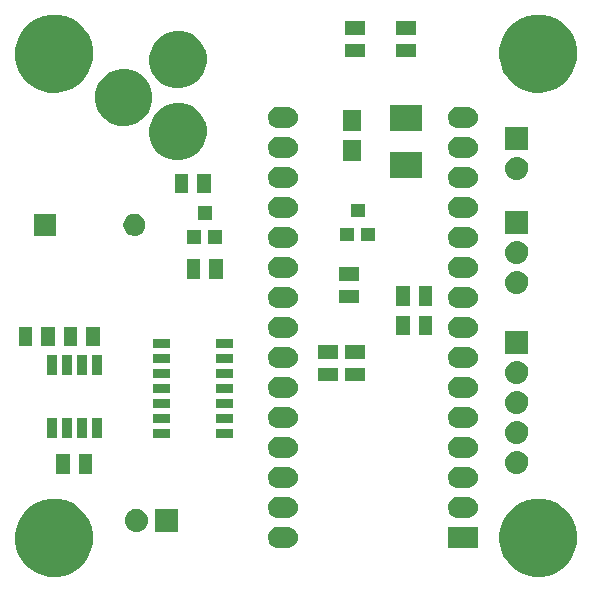
<source format=gts>
G04 #@! TF.FileFunction,Soldermask,Top*
%FSLAX46Y46*%
G04 Gerber Fmt 4.6, Leading zero omitted, Abs format (unit mm)*
G04 Created by KiCad (PCBNEW 4.0.5) date 07/30/17 20:50:31*
%MOMM*%
%LPD*%
G01*
G04 APERTURE LIST*
%ADD10C,0.150000*%
G04 APERTURE END LIST*
D10*
G36*
X4346822Y-41700197D02*
X4981155Y-41830406D01*
X5578108Y-42081343D01*
X6114960Y-42443454D01*
X6571249Y-42902939D01*
X6929601Y-43442303D01*
X7176366Y-44040998D01*
X7302057Y-44675784D01*
X7302057Y-44675792D01*
X7302142Y-44676222D01*
X7291814Y-45415853D01*
X7291717Y-45416279D01*
X7291717Y-45416291D01*
X7148352Y-46047317D01*
X6884966Y-46638889D01*
X6511695Y-47168035D01*
X6042752Y-47614603D01*
X5496003Y-47961580D01*
X4892268Y-48195755D01*
X4254553Y-48308201D01*
X3607140Y-48294639D01*
X2974685Y-48155585D01*
X2381291Y-47896338D01*
X1849552Y-47526769D01*
X1399720Y-47060955D01*
X1048936Y-46516643D01*
X810554Y-45914559D01*
X693657Y-45277641D01*
X702699Y-44630145D01*
X837332Y-43996744D01*
X1092432Y-43401552D01*
X1458279Y-42867245D01*
X1920941Y-42414172D01*
X2462794Y-42059594D01*
X3063198Y-41817015D01*
X3699284Y-41695675D01*
X4346822Y-41700197D01*
X4346822Y-41700197D01*
G37*
G36*
X45346822Y-41700197D02*
X45981155Y-41830406D01*
X46578108Y-42081343D01*
X47114960Y-42443454D01*
X47571249Y-42902939D01*
X47929601Y-43442303D01*
X48176366Y-44040998D01*
X48302057Y-44675784D01*
X48302057Y-44675792D01*
X48302142Y-44676222D01*
X48291814Y-45415853D01*
X48291717Y-45416279D01*
X48291717Y-45416291D01*
X48148352Y-46047317D01*
X47884966Y-46638889D01*
X47511695Y-47168035D01*
X47042752Y-47614603D01*
X46496003Y-47961580D01*
X45892268Y-48195755D01*
X45254553Y-48308201D01*
X44607140Y-48294639D01*
X43974685Y-48155585D01*
X43381291Y-47896338D01*
X42849552Y-47526769D01*
X42399720Y-47060955D01*
X42048936Y-46516643D01*
X41810554Y-45914559D01*
X41693657Y-45277641D01*
X41702699Y-44630145D01*
X41837332Y-43996744D01*
X42092432Y-43401552D01*
X42458279Y-42867245D01*
X42920941Y-42414172D01*
X43462794Y-42059594D01*
X44063198Y-41817015D01*
X44699284Y-41695675D01*
X45346822Y-41700197D01*
X45346822Y-41700197D01*
G37*
G36*
X39878000Y-45872400D02*
X37338000Y-45872400D01*
X37338000Y-44043600D01*
X39878000Y-44043600D01*
X39878000Y-45872400D01*
X39878000Y-45872400D01*
G37*
G36*
X23739934Y-44043670D02*
X23739944Y-44043671D01*
X23742512Y-44043689D01*
X23919859Y-44063582D01*
X24089965Y-44117543D01*
X24246351Y-44203516D01*
X24383059Y-44318228D01*
X24494882Y-44457308D01*
X24577562Y-44615460D01*
X24627948Y-44786659D01*
X24627951Y-44786696D01*
X24627956Y-44786712D01*
X24644125Y-44964384D01*
X24625478Y-45141803D01*
X24625474Y-45141815D01*
X24625469Y-45141866D01*
X24572697Y-45312344D01*
X24487817Y-45469326D01*
X24374063Y-45606831D01*
X24235766Y-45719623D01*
X24078196Y-45803405D01*
X23907353Y-45854985D01*
X23729745Y-45872400D01*
X23006103Y-45872400D01*
X22996066Y-45872330D01*
X22996056Y-45872329D01*
X22993488Y-45872311D01*
X22816141Y-45852418D01*
X22646035Y-45798457D01*
X22489649Y-45712484D01*
X22352941Y-45597772D01*
X22241118Y-45458692D01*
X22158438Y-45300540D01*
X22108052Y-45129341D01*
X22108049Y-45129304D01*
X22108044Y-45129288D01*
X22091875Y-44951616D01*
X22110522Y-44774197D01*
X22110526Y-44774185D01*
X22110531Y-44774134D01*
X22163303Y-44603656D01*
X22248183Y-44446674D01*
X22361937Y-44309169D01*
X22500234Y-44196377D01*
X22657804Y-44112595D01*
X22828647Y-44061015D01*
X23006255Y-44043600D01*
X23729897Y-44043600D01*
X23739934Y-44043670D01*
X23739934Y-44043670D01*
G37*
G36*
X11156393Y-42538218D02*
X11156411Y-42538224D01*
X11156453Y-42538228D01*
X11338603Y-42594613D01*
X11506331Y-42685303D01*
X11653251Y-42806845D01*
X11773764Y-42954609D01*
X11863281Y-43122967D01*
X11918393Y-43305506D01*
X11937000Y-43495273D01*
X11937000Y-43504882D01*
X11936924Y-43515791D01*
X11936923Y-43515801D01*
X11936905Y-43518368D01*
X11915650Y-43707857D01*
X11857995Y-43889608D01*
X11766136Y-44056700D01*
X11643571Y-44202767D01*
X11494969Y-44322246D01*
X11325991Y-44410586D01*
X11143072Y-44464422D01*
X11143032Y-44464426D01*
X11143017Y-44464430D01*
X10953179Y-44481707D01*
X10763607Y-44461782D01*
X10763589Y-44461776D01*
X10763547Y-44461772D01*
X10581397Y-44405387D01*
X10413669Y-44314697D01*
X10266749Y-44193155D01*
X10146236Y-44045391D01*
X10056719Y-43877033D01*
X10001607Y-43694494D01*
X9983000Y-43504727D01*
X9983000Y-43495118D01*
X9983076Y-43484209D01*
X9983077Y-43484199D01*
X9983095Y-43481632D01*
X10004350Y-43292143D01*
X10062005Y-43110392D01*
X10153864Y-42943300D01*
X10276429Y-42797233D01*
X10425031Y-42677754D01*
X10594009Y-42589414D01*
X10776928Y-42535578D01*
X10776968Y-42535574D01*
X10776983Y-42535570D01*
X10966821Y-42518293D01*
X11156393Y-42538218D01*
X11156393Y-42538218D01*
G37*
G36*
X14477000Y-44477000D02*
X12523000Y-44477000D01*
X12523000Y-42523000D01*
X14477000Y-42523000D01*
X14477000Y-44477000D01*
X14477000Y-44477000D01*
G37*
G36*
X23739934Y-41503670D02*
X23739944Y-41503671D01*
X23742512Y-41503689D01*
X23919859Y-41523582D01*
X24089965Y-41577543D01*
X24246351Y-41663516D01*
X24383059Y-41778228D01*
X24494882Y-41917308D01*
X24577562Y-42075460D01*
X24627948Y-42246659D01*
X24627951Y-42246696D01*
X24627956Y-42246712D01*
X24644125Y-42424384D01*
X24625478Y-42601803D01*
X24625474Y-42601815D01*
X24625469Y-42601866D01*
X24572697Y-42772344D01*
X24487817Y-42929326D01*
X24374063Y-43066831D01*
X24235766Y-43179623D01*
X24078196Y-43263405D01*
X23907353Y-43314985D01*
X23729745Y-43332400D01*
X23006103Y-43332400D01*
X22996066Y-43332330D01*
X22996056Y-43332329D01*
X22993488Y-43332311D01*
X22816141Y-43312418D01*
X22646035Y-43258457D01*
X22489649Y-43172484D01*
X22352941Y-43057772D01*
X22241118Y-42918692D01*
X22158438Y-42760540D01*
X22108052Y-42589341D01*
X22108049Y-42589304D01*
X22108044Y-42589288D01*
X22091875Y-42411616D01*
X22110522Y-42234197D01*
X22110526Y-42234185D01*
X22110531Y-42234134D01*
X22163303Y-42063656D01*
X22248183Y-41906674D01*
X22361937Y-41769169D01*
X22500234Y-41656377D01*
X22657804Y-41572595D01*
X22828647Y-41521015D01*
X23006255Y-41503600D01*
X23729897Y-41503600D01*
X23739934Y-41503670D01*
X23739934Y-41503670D01*
G37*
G36*
X38979934Y-41503670D02*
X38979944Y-41503671D01*
X38982512Y-41503689D01*
X39159859Y-41523582D01*
X39329965Y-41577543D01*
X39486351Y-41663516D01*
X39623059Y-41778228D01*
X39734882Y-41917308D01*
X39817562Y-42075460D01*
X39867948Y-42246659D01*
X39867951Y-42246696D01*
X39867956Y-42246712D01*
X39884125Y-42424384D01*
X39865478Y-42601803D01*
X39865474Y-42601815D01*
X39865469Y-42601866D01*
X39812697Y-42772344D01*
X39727817Y-42929326D01*
X39614063Y-43066831D01*
X39475766Y-43179623D01*
X39318196Y-43263405D01*
X39147353Y-43314985D01*
X38969745Y-43332400D01*
X38246103Y-43332400D01*
X38236066Y-43332330D01*
X38236056Y-43332329D01*
X38233488Y-43332311D01*
X38056141Y-43312418D01*
X37886035Y-43258457D01*
X37729649Y-43172484D01*
X37592941Y-43057772D01*
X37481118Y-42918692D01*
X37398438Y-42760540D01*
X37348052Y-42589341D01*
X37348049Y-42589304D01*
X37348044Y-42589288D01*
X37331875Y-42411616D01*
X37350522Y-42234197D01*
X37350526Y-42234185D01*
X37350531Y-42234134D01*
X37403303Y-42063656D01*
X37488183Y-41906674D01*
X37601937Y-41769169D01*
X37740234Y-41656377D01*
X37897804Y-41572595D01*
X38068647Y-41521015D01*
X38246255Y-41503600D01*
X38969897Y-41503600D01*
X38979934Y-41503670D01*
X38979934Y-41503670D01*
G37*
G36*
X23739934Y-38963670D02*
X23739944Y-38963671D01*
X23742512Y-38963689D01*
X23919859Y-38983582D01*
X24089965Y-39037543D01*
X24246351Y-39123516D01*
X24383059Y-39238228D01*
X24494882Y-39377308D01*
X24577562Y-39535460D01*
X24627948Y-39706659D01*
X24627951Y-39706696D01*
X24627956Y-39706712D01*
X24644125Y-39884384D01*
X24625478Y-40061803D01*
X24625474Y-40061815D01*
X24625469Y-40061866D01*
X24572697Y-40232344D01*
X24487817Y-40389326D01*
X24374063Y-40526831D01*
X24235766Y-40639623D01*
X24078196Y-40723405D01*
X23907353Y-40774985D01*
X23729745Y-40792400D01*
X23006103Y-40792400D01*
X22996066Y-40792330D01*
X22996056Y-40792329D01*
X22993488Y-40792311D01*
X22816141Y-40772418D01*
X22646035Y-40718457D01*
X22489649Y-40632484D01*
X22352941Y-40517772D01*
X22241118Y-40378692D01*
X22158438Y-40220540D01*
X22108052Y-40049341D01*
X22108049Y-40049304D01*
X22108044Y-40049288D01*
X22091875Y-39871616D01*
X22110522Y-39694197D01*
X22110526Y-39694185D01*
X22110531Y-39694134D01*
X22163303Y-39523656D01*
X22248183Y-39366674D01*
X22361937Y-39229169D01*
X22500234Y-39116377D01*
X22657804Y-39032595D01*
X22828647Y-38981015D01*
X23006255Y-38963600D01*
X23729897Y-38963600D01*
X23739934Y-38963670D01*
X23739934Y-38963670D01*
G37*
G36*
X38979934Y-38963670D02*
X38979944Y-38963671D01*
X38982512Y-38963689D01*
X39159859Y-38983582D01*
X39329965Y-39037543D01*
X39486351Y-39123516D01*
X39623059Y-39238228D01*
X39734882Y-39377308D01*
X39817562Y-39535460D01*
X39867948Y-39706659D01*
X39867951Y-39706696D01*
X39867956Y-39706712D01*
X39884125Y-39884384D01*
X39865478Y-40061803D01*
X39865474Y-40061815D01*
X39865469Y-40061866D01*
X39812697Y-40232344D01*
X39727817Y-40389326D01*
X39614063Y-40526831D01*
X39475766Y-40639623D01*
X39318196Y-40723405D01*
X39147353Y-40774985D01*
X38969745Y-40792400D01*
X38246103Y-40792400D01*
X38236066Y-40792330D01*
X38236056Y-40792329D01*
X38233488Y-40792311D01*
X38056141Y-40772418D01*
X37886035Y-40718457D01*
X37729649Y-40632484D01*
X37592941Y-40517772D01*
X37481118Y-40378692D01*
X37398438Y-40220540D01*
X37348052Y-40049341D01*
X37348049Y-40049304D01*
X37348044Y-40049288D01*
X37331875Y-39871616D01*
X37350522Y-39694197D01*
X37350526Y-39694185D01*
X37350531Y-39694134D01*
X37403303Y-39523656D01*
X37488183Y-39366674D01*
X37601937Y-39229169D01*
X37740234Y-39116377D01*
X37897804Y-39032595D01*
X38068647Y-38981015D01*
X38246255Y-38963600D01*
X38969897Y-38963600D01*
X38979934Y-38963670D01*
X38979934Y-38963670D01*
G37*
G36*
X43195791Y-37631076D02*
X43195801Y-37631077D01*
X43198368Y-37631095D01*
X43387857Y-37652350D01*
X43569608Y-37710005D01*
X43736700Y-37801864D01*
X43882767Y-37924429D01*
X44002246Y-38073031D01*
X44090586Y-38242009D01*
X44144422Y-38424928D01*
X44144426Y-38424968D01*
X44144430Y-38424983D01*
X44161707Y-38614821D01*
X44141782Y-38804393D01*
X44141776Y-38804411D01*
X44141772Y-38804453D01*
X44085387Y-38986603D01*
X43994697Y-39154331D01*
X43873155Y-39301251D01*
X43725391Y-39421764D01*
X43557033Y-39511281D01*
X43374494Y-39566393D01*
X43184727Y-39585000D01*
X43175118Y-39585000D01*
X43164209Y-39584924D01*
X43164199Y-39584923D01*
X43161632Y-39584905D01*
X42972143Y-39563650D01*
X42790392Y-39505995D01*
X42623300Y-39414136D01*
X42477233Y-39291571D01*
X42357754Y-39142969D01*
X42269414Y-38973991D01*
X42215578Y-38791072D01*
X42215574Y-38791032D01*
X42215570Y-38791017D01*
X42198293Y-38601179D01*
X42218218Y-38411607D01*
X42218224Y-38411589D01*
X42218228Y-38411547D01*
X42274613Y-38229397D01*
X42365303Y-38061669D01*
X42486845Y-37914749D01*
X42634609Y-37794236D01*
X42802967Y-37704719D01*
X42985506Y-37649607D01*
X43175273Y-37631000D01*
X43184882Y-37631000D01*
X43195791Y-37631076D01*
X43195791Y-37631076D01*
G37*
G36*
X7239000Y-39560500D02*
X6096000Y-39560500D01*
X6096000Y-37909500D01*
X7239000Y-37909500D01*
X7239000Y-39560500D01*
X7239000Y-39560500D01*
G37*
G36*
X5334000Y-39560500D02*
X4191000Y-39560500D01*
X4191000Y-37909500D01*
X5334000Y-37909500D01*
X5334000Y-39560500D01*
X5334000Y-39560500D01*
G37*
G36*
X38979934Y-36423670D02*
X38979944Y-36423671D01*
X38982512Y-36423689D01*
X39159859Y-36443582D01*
X39329965Y-36497543D01*
X39486351Y-36583516D01*
X39623059Y-36698228D01*
X39734882Y-36837308D01*
X39817562Y-36995460D01*
X39867948Y-37166659D01*
X39867951Y-37166696D01*
X39867956Y-37166712D01*
X39884125Y-37344384D01*
X39865478Y-37521803D01*
X39865474Y-37521815D01*
X39865469Y-37521866D01*
X39812697Y-37692344D01*
X39727817Y-37849326D01*
X39614063Y-37986831D01*
X39475766Y-38099623D01*
X39318196Y-38183405D01*
X39147353Y-38234985D01*
X38969745Y-38252400D01*
X38246103Y-38252400D01*
X38236066Y-38252330D01*
X38236056Y-38252329D01*
X38233488Y-38252311D01*
X38056141Y-38232418D01*
X37886035Y-38178457D01*
X37729649Y-38092484D01*
X37592941Y-37977772D01*
X37481118Y-37838692D01*
X37398438Y-37680540D01*
X37348052Y-37509341D01*
X37348049Y-37509304D01*
X37348044Y-37509288D01*
X37331875Y-37331616D01*
X37350522Y-37154197D01*
X37350526Y-37154185D01*
X37350531Y-37154134D01*
X37403303Y-36983656D01*
X37488183Y-36826674D01*
X37601937Y-36689169D01*
X37740234Y-36576377D01*
X37897804Y-36492595D01*
X38068647Y-36441015D01*
X38246255Y-36423600D01*
X38969897Y-36423600D01*
X38979934Y-36423670D01*
X38979934Y-36423670D01*
G37*
G36*
X23739934Y-36423670D02*
X23739944Y-36423671D01*
X23742512Y-36423689D01*
X23919859Y-36443582D01*
X24089965Y-36497543D01*
X24246351Y-36583516D01*
X24383059Y-36698228D01*
X24494882Y-36837308D01*
X24577562Y-36995460D01*
X24627948Y-37166659D01*
X24627951Y-37166696D01*
X24627956Y-37166712D01*
X24644125Y-37344384D01*
X24625478Y-37521803D01*
X24625474Y-37521815D01*
X24625469Y-37521866D01*
X24572697Y-37692344D01*
X24487817Y-37849326D01*
X24374063Y-37986831D01*
X24235766Y-38099623D01*
X24078196Y-38183405D01*
X23907353Y-38234985D01*
X23729745Y-38252400D01*
X23006103Y-38252400D01*
X22996066Y-38252330D01*
X22996056Y-38252329D01*
X22993488Y-38252311D01*
X22816141Y-38232418D01*
X22646035Y-38178457D01*
X22489649Y-38092484D01*
X22352941Y-37977772D01*
X22241118Y-37838692D01*
X22158438Y-37680540D01*
X22108052Y-37509341D01*
X22108049Y-37509304D01*
X22108044Y-37509288D01*
X22091875Y-37331616D01*
X22110522Y-37154197D01*
X22110526Y-37154185D01*
X22110531Y-37154134D01*
X22163303Y-36983656D01*
X22248183Y-36826674D01*
X22361937Y-36689169D01*
X22500234Y-36576377D01*
X22657804Y-36492595D01*
X22828647Y-36441015D01*
X23006255Y-36423600D01*
X23729897Y-36423600D01*
X23739934Y-36423670D01*
X23739934Y-36423670D01*
G37*
G36*
X43195791Y-35091076D02*
X43195801Y-35091077D01*
X43198368Y-35091095D01*
X43387857Y-35112350D01*
X43569608Y-35170005D01*
X43736700Y-35261864D01*
X43882767Y-35384429D01*
X44002246Y-35533031D01*
X44090586Y-35702009D01*
X44144422Y-35884928D01*
X44144426Y-35884968D01*
X44144430Y-35884983D01*
X44161707Y-36074821D01*
X44141782Y-36264393D01*
X44141776Y-36264411D01*
X44141772Y-36264453D01*
X44085387Y-36446603D01*
X43994697Y-36614331D01*
X43873155Y-36761251D01*
X43725391Y-36881764D01*
X43557033Y-36971281D01*
X43374494Y-37026393D01*
X43184727Y-37045000D01*
X43175118Y-37045000D01*
X43164209Y-37044924D01*
X43164199Y-37044923D01*
X43161632Y-37044905D01*
X42972143Y-37023650D01*
X42790392Y-36965995D01*
X42623300Y-36874136D01*
X42477233Y-36751571D01*
X42357754Y-36602969D01*
X42269414Y-36433991D01*
X42215578Y-36251072D01*
X42215574Y-36251032D01*
X42215570Y-36251017D01*
X42198293Y-36061179D01*
X42218218Y-35871607D01*
X42218224Y-35871589D01*
X42218228Y-35871547D01*
X42274613Y-35689397D01*
X42365303Y-35521669D01*
X42486845Y-35374749D01*
X42634609Y-35254236D01*
X42802967Y-35164719D01*
X42985506Y-35109607D01*
X43175273Y-35091000D01*
X43184882Y-35091000D01*
X43195791Y-35091076D01*
X43195791Y-35091076D01*
G37*
G36*
X19113500Y-36576000D02*
X17716500Y-36576000D01*
X17716500Y-35814000D01*
X19113500Y-35814000D01*
X19113500Y-36576000D01*
X19113500Y-36576000D01*
G37*
G36*
X13779500Y-36576000D02*
X12382500Y-36576000D01*
X12382500Y-35814000D01*
X13779500Y-35814000D01*
X13779500Y-36576000D01*
X13779500Y-36576000D01*
G37*
G36*
X6776720Y-36513770D02*
X5923280Y-36513770D01*
X5923280Y-34860230D01*
X6776720Y-34860230D01*
X6776720Y-36513770D01*
X6776720Y-36513770D01*
G37*
G36*
X8046720Y-36513770D02*
X7193280Y-36513770D01*
X7193280Y-34860230D01*
X8046720Y-34860230D01*
X8046720Y-36513770D01*
X8046720Y-36513770D01*
G37*
G36*
X4236720Y-36513770D02*
X3383280Y-36513770D01*
X3383280Y-34860230D01*
X4236720Y-34860230D01*
X4236720Y-36513770D01*
X4236720Y-36513770D01*
G37*
G36*
X5506720Y-36513770D02*
X4653280Y-36513770D01*
X4653280Y-34860230D01*
X5506720Y-34860230D01*
X5506720Y-36513770D01*
X5506720Y-36513770D01*
G37*
G36*
X38979934Y-33883670D02*
X38979944Y-33883671D01*
X38982512Y-33883689D01*
X39159859Y-33903582D01*
X39329965Y-33957543D01*
X39486351Y-34043516D01*
X39623059Y-34158228D01*
X39734882Y-34297308D01*
X39817562Y-34455460D01*
X39867948Y-34626659D01*
X39867951Y-34626696D01*
X39867956Y-34626712D01*
X39884125Y-34804384D01*
X39865478Y-34981803D01*
X39865474Y-34981815D01*
X39865469Y-34981866D01*
X39812697Y-35152344D01*
X39727817Y-35309326D01*
X39614063Y-35446831D01*
X39475766Y-35559623D01*
X39318196Y-35643405D01*
X39147353Y-35694985D01*
X38969745Y-35712400D01*
X38246103Y-35712400D01*
X38236066Y-35712330D01*
X38236056Y-35712329D01*
X38233488Y-35712311D01*
X38056141Y-35692418D01*
X37886035Y-35638457D01*
X37729649Y-35552484D01*
X37592941Y-35437772D01*
X37481118Y-35298692D01*
X37398438Y-35140540D01*
X37348052Y-34969341D01*
X37348049Y-34969304D01*
X37348044Y-34969288D01*
X37331875Y-34791616D01*
X37350522Y-34614197D01*
X37350526Y-34614185D01*
X37350531Y-34614134D01*
X37403303Y-34443656D01*
X37488183Y-34286674D01*
X37601937Y-34149169D01*
X37740234Y-34036377D01*
X37897804Y-33952595D01*
X38068647Y-33901015D01*
X38246255Y-33883600D01*
X38969897Y-33883600D01*
X38979934Y-33883670D01*
X38979934Y-33883670D01*
G37*
G36*
X23739934Y-33883670D02*
X23739944Y-33883671D01*
X23742512Y-33883689D01*
X23919859Y-33903582D01*
X24089965Y-33957543D01*
X24246351Y-34043516D01*
X24383059Y-34158228D01*
X24494882Y-34297308D01*
X24577562Y-34455460D01*
X24627948Y-34626659D01*
X24627951Y-34626696D01*
X24627956Y-34626712D01*
X24644125Y-34804384D01*
X24625478Y-34981803D01*
X24625474Y-34981815D01*
X24625469Y-34981866D01*
X24572697Y-35152344D01*
X24487817Y-35309326D01*
X24374063Y-35446831D01*
X24235766Y-35559623D01*
X24078196Y-35643405D01*
X23907353Y-35694985D01*
X23729745Y-35712400D01*
X23006103Y-35712400D01*
X22996066Y-35712330D01*
X22996056Y-35712329D01*
X22993488Y-35712311D01*
X22816141Y-35692418D01*
X22646035Y-35638457D01*
X22489649Y-35552484D01*
X22352941Y-35437772D01*
X22241118Y-35298692D01*
X22158438Y-35140540D01*
X22108052Y-34969341D01*
X22108049Y-34969304D01*
X22108044Y-34969288D01*
X22091875Y-34791616D01*
X22110522Y-34614197D01*
X22110526Y-34614185D01*
X22110531Y-34614134D01*
X22163303Y-34443656D01*
X22248183Y-34286674D01*
X22361937Y-34149169D01*
X22500234Y-34036377D01*
X22657804Y-33952595D01*
X22828647Y-33901015D01*
X23006255Y-33883600D01*
X23729897Y-33883600D01*
X23739934Y-33883670D01*
X23739934Y-33883670D01*
G37*
G36*
X13779500Y-35306000D02*
X12382500Y-35306000D01*
X12382500Y-34544000D01*
X13779500Y-34544000D01*
X13779500Y-35306000D01*
X13779500Y-35306000D01*
G37*
G36*
X19113500Y-35306000D02*
X17716500Y-35306000D01*
X17716500Y-34544000D01*
X19113500Y-34544000D01*
X19113500Y-35306000D01*
X19113500Y-35306000D01*
G37*
G36*
X43195791Y-32551076D02*
X43195801Y-32551077D01*
X43198368Y-32551095D01*
X43387857Y-32572350D01*
X43569608Y-32630005D01*
X43736700Y-32721864D01*
X43882767Y-32844429D01*
X44002246Y-32993031D01*
X44090586Y-33162009D01*
X44144422Y-33344928D01*
X44144426Y-33344968D01*
X44144430Y-33344983D01*
X44161707Y-33534821D01*
X44141782Y-33724393D01*
X44141776Y-33724411D01*
X44141772Y-33724453D01*
X44085387Y-33906603D01*
X43994697Y-34074331D01*
X43873155Y-34221251D01*
X43725391Y-34341764D01*
X43557033Y-34431281D01*
X43374494Y-34486393D01*
X43184727Y-34505000D01*
X43175118Y-34505000D01*
X43164209Y-34504924D01*
X43164199Y-34504923D01*
X43161632Y-34504905D01*
X42972143Y-34483650D01*
X42790392Y-34425995D01*
X42623300Y-34334136D01*
X42477233Y-34211571D01*
X42357754Y-34062969D01*
X42269414Y-33893991D01*
X42215578Y-33711072D01*
X42215574Y-33711032D01*
X42215570Y-33711017D01*
X42198293Y-33521179D01*
X42218218Y-33331607D01*
X42218224Y-33331589D01*
X42218228Y-33331547D01*
X42274613Y-33149397D01*
X42365303Y-32981669D01*
X42486845Y-32834749D01*
X42634609Y-32714236D01*
X42802967Y-32624719D01*
X42985506Y-32569607D01*
X43175273Y-32551000D01*
X43184882Y-32551000D01*
X43195791Y-32551076D01*
X43195791Y-32551076D01*
G37*
G36*
X19113500Y-34036000D02*
X17716500Y-34036000D01*
X17716500Y-33274000D01*
X19113500Y-33274000D01*
X19113500Y-34036000D01*
X19113500Y-34036000D01*
G37*
G36*
X13779500Y-34036000D02*
X12382500Y-34036000D01*
X12382500Y-33274000D01*
X13779500Y-33274000D01*
X13779500Y-34036000D01*
X13779500Y-34036000D01*
G37*
G36*
X38979934Y-31343670D02*
X38979944Y-31343671D01*
X38982512Y-31343689D01*
X39159859Y-31363582D01*
X39329965Y-31417543D01*
X39486351Y-31503516D01*
X39623059Y-31618228D01*
X39734882Y-31757308D01*
X39817562Y-31915460D01*
X39867948Y-32086659D01*
X39867951Y-32086696D01*
X39867956Y-32086712D01*
X39884125Y-32264384D01*
X39865478Y-32441803D01*
X39865474Y-32441815D01*
X39865469Y-32441866D01*
X39812697Y-32612344D01*
X39727817Y-32769326D01*
X39614063Y-32906831D01*
X39475766Y-33019623D01*
X39318196Y-33103405D01*
X39147353Y-33154985D01*
X38969745Y-33172400D01*
X38246103Y-33172400D01*
X38236066Y-33172330D01*
X38236056Y-33172329D01*
X38233488Y-33172311D01*
X38056141Y-33152418D01*
X37886035Y-33098457D01*
X37729649Y-33012484D01*
X37592941Y-32897772D01*
X37481118Y-32758692D01*
X37398438Y-32600540D01*
X37348052Y-32429341D01*
X37348049Y-32429304D01*
X37348044Y-32429288D01*
X37331875Y-32251616D01*
X37350522Y-32074197D01*
X37350526Y-32074185D01*
X37350531Y-32074134D01*
X37403303Y-31903656D01*
X37488183Y-31746674D01*
X37601937Y-31609169D01*
X37740234Y-31496377D01*
X37897804Y-31412595D01*
X38068647Y-31361015D01*
X38246255Y-31343600D01*
X38969897Y-31343600D01*
X38979934Y-31343670D01*
X38979934Y-31343670D01*
G37*
G36*
X23739934Y-31343670D02*
X23739944Y-31343671D01*
X23742512Y-31343689D01*
X23919859Y-31363582D01*
X24089965Y-31417543D01*
X24246351Y-31503516D01*
X24383059Y-31618228D01*
X24494882Y-31757308D01*
X24577562Y-31915460D01*
X24627948Y-32086659D01*
X24627951Y-32086696D01*
X24627956Y-32086712D01*
X24644125Y-32264384D01*
X24625478Y-32441803D01*
X24625474Y-32441815D01*
X24625469Y-32441866D01*
X24572697Y-32612344D01*
X24487817Y-32769326D01*
X24374063Y-32906831D01*
X24235766Y-33019623D01*
X24078196Y-33103405D01*
X23907353Y-33154985D01*
X23729745Y-33172400D01*
X23006103Y-33172400D01*
X22996066Y-33172330D01*
X22996056Y-33172329D01*
X22993488Y-33172311D01*
X22816141Y-33152418D01*
X22646035Y-33098457D01*
X22489649Y-33012484D01*
X22352941Y-32897772D01*
X22241118Y-32758692D01*
X22158438Y-32600540D01*
X22108052Y-32429341D01*
X22108049Y-32429304D01*
X22108044Y-32429288D01*
X22091875Y-32251616D01*
X22110522Y-32074197D01*
X22110526Y-32074185D01*
X22110531Y-32074134D01*
X22163303Y-31903656D01*
X22248183Y-31746674D01*
X22361937Y-31609169D01*
X22500234Y-31496377D01*
X22657804Y-31412595D01*
X22828647Y-31361015D01*
X23006255Y-31343600D01*
X23729897Y-31343600D01*
X23739934Y-31343670D01*
X23739934Y-31343670D01*
G37*
G36*
X19113500Y-32766000D02*
X17716500Y-32766000D01*
X17716500Y-32004000D01*
X19113500Y-32004000D01*
X19113500Y-32766000D01*
X19113500Y-32766000D01*
G37*
G36*
X13779500Y-32766000D02*
X12382500Y-32766000D01*
X12382500Y-32004000D01*
X13779500Y-32004000D01*
X13779500Y-32766000D01*
X13779500Y-32766000D01*
G37*
G36*
X43195791Y-30011076D02*
X43195801Y-30011077D01*
X43198368Y-30011095D01*
X43387857Y-30032350D01*
X43569608Y-30090005D01*
X43736700Y-30181864D01*
X43882767Y-30304429D01*
X44002246Y-30453031D01*
X44090586Y-30622009D01*
X44144422Y-30804928D01*
X44144426Y-30804968D01*
X44144430Y-30804983D01*
X44161707Y-30994821D01*
X44141782Y-31184393D01*
X44141776Y-31184411D01*
X44141772Y-31184453D01*
X44085387Y-31366603D01*
X43994697Y-31534331D01*
X43873155Y-31681251D01*
X43725391Y-31801764D01*
X43557033Y-31891281D01*
X43374494Y-31946393D01*
X43184727Y-31965000D01*
X43175118Y-31965000D01*
X43164209Y-31964924D01*
X43164199Y-31964923D01*
X43161632Y-31964905D01*
X42972143Y-31943650D01*
X42790392Y-31885995D01*
X42623300Y-31794136D01*
X42477233Y-31671571D01*
X42357754Y-31522969D01*
X42269414Y-31353991D01*
X42215578Y-31171072D01*
X42215574Y-31171032D01*
X42215570Y-31171017D01*
X42198293Y-30981179D01*
X42218218Y-30791607D01*
X42218224Y-30791589D01*
X42218228Y-30791547D01*
X42274613Y-30609397D01*
X42365303Y-30441669D01*
X42486845Y-30294749D01*
X42634609Y-30174236D01*
X42802967Y-30084719D01*
X42985506Y-30029607D01*
X43175273Y-30011000D01*
X43184882Y-30011000D01*
X43195791Y-30011076D01*
X43195791Y-30011076D01*
G37*
G36*
X30289500Y-31750000D02*
X28638500Y-31750000D01*
X28638500Y-30607000D01*
X30289500Y-30607000D01*
X30289500Y-31750000D01*
X30289500Y-31750000D01*
G37*
G36*
X28003500Y-31750000D02*
X26352500Y-31750000D01*
X26352500Y-30607000D01*
X28003500Y-30607000D01*
X28003500Y-31750000D01*
X28003500Y-31750000D01*
G37*
G36*
X13779500Y-31496000D02*
X12382500Y-31496000D01*
X12382500Y-30734000D01*
X13779500Y-30734000D01*
X13779500Y-31496000D01*
X13779500Y-31496000D01*
G37*
G36*
X19113500Y-31496000D02*
X17716500Y-31496000D01*
X17716500Y-30734000D01*
X19113500Y-30734000D01*
X19113500Y-31496000D01*
X19113500Y-31496000D01*
G37*
G36*
X8046720Y-31179770D02*
X7193280Y-31179770D01*
X7193280Y-29526230D01*
X8046720Y-29526230D01*
X8046720Y-31179770D01*
X8046720Y-31179770D01*
G37*
G36*
X6776720Y-31179770D02*
X5923280Y-31179770D01*
X5923280Y-29526230D01*
X6776720Y-29526230D01*
X6776720Y-31179770D01*
X6776720Y-31179770D01*
G37*
G36*
X4236720Y-31179770D02*
X3383280Y-31179770D01*
X3383280Y-29526230D01*
X4236720Y-29526230D01*
X4236720Y-31179770D01*
X4236720Y-31179770D01*
G37*
G36*
X5506720Y-31179770D02*
X4653280Y-31179770D01*
X4653280Y-29526230D01*
X5506720Y-29526230D01*
X5506720Y-31179770D01*
X5506720Y-31179770D01*
G37*
G36*
X23739934Y-28803670D02*
X23739944Y-28803671D01*
X23742512Y-28803689D01*
X23919859Y-28823582D01*
X24089965Y-28877543D01*
X24246351Y-28963516D01*
X24383059Y-29078228D01*
X24494882Y-29217308D01*
X24577562Y-29375460D01*
X24627948Y-29546659D01*
X24627951Y-29546696D01*
X24627956Y-29546712D01*
X24644125Y-29724384D01*
X24625478Y-29901803D01*
X24625474Y-29901815D01*
X24625469Y-29901866D01*
X24572697Y-30072344D01*
X24487817Y-30229326D01*
X24374063Y-30366831D01*
X24235766Y-30479623D01*
X24078196Y-30563405D01*
X23907353Y-30614985D01*
X23729745Y-30632400D01*
X23006103Y-30632400D01*
X22996066Y-30632330D01*
X22996056Y-30632329D01*
X22993488Y-30632311D01*
X22816141Y-30612418D01*
X22646035Y-30558457D01*
X22489649Y-30472484D01*
X22352941Y-30357772D01*
X22241118Y-30218692D01*
X22158438Y-30060540D01*
X22108052Y-29889341D01*
X22108049Y-29889304D01*
X22108044Y-29889288D01*
X22091875Y-29711616D01*
X22110522Y-29534197D01*
X22110526Y-29534185D01*
X22110531Y-29534134D01*
X22163303Y-29363656D01*
X22248183Y-29206674D01*
X22361937Y-29069169D01*
X22500234Y-28956377D01*
X22657804Y-28872595D01*
X22828647Y-28821015D01*
X23006255Y-28803600D01*
X23729897Y-28803600D01*
X23739934Y-28803670D01*
X23739934Y-28803670D01*
G37*
G36*
X38979934Y-28803670D02*
X38979944Y-28803671D01*
X38982512Y-28803689D01*
X39159859Y-28823582D01*
X39329965Y-28877543D01*
X39486351Y-28963516D01*
X39623059Y-29078228D01*
X39734882Y-29217308D01*
X39817562Y-29375460D01*
X39867948Y-29546659D01*
X39867951Y-29546696D01*
X39867956Y-29546712D01*
X39884125Y-29724384D01*
X39865478Y-29901803D01*
X39865474Y-29901815D01*
X39865469Y-29901866D01*
X39812697Y-30072344D01*
X39727817Y-30229326D01*
X39614063Y-30366831D01*
X39475766Y-30479623D01*
X39318196Y-30563405D01*
X39147353Y-30614985D01*
X38969745Y-30632400D01*
X38246103Y-30632400D01*
X38236066Y-30632330D01*
X38236056Y-30632329D01*
X38233488Y-30632311D01*
X38056141Y-30612418D01*
X37886035Y-30558457D01*
X37729649Y-30472484D01*
X37592941Y-30357772D01*
X37481118Y-30218692D01*
X37398438Y-30060540D01*
X37348052Y-29889341D01*
X37348049Y-29889304D01*
X37348044Y-29889288D01*
X37331875Y-29711616D01*
X37350522Y-29534197D01*
X37350526Y-29534185D01*
X37350531Y-29534134D01*
X37403303Y-29363656D01*
X37488183Y-29206674D01*
X37601937Y-29069169D01*
X37740234Y-28956377D01*
X37897804Y-28872595D01*
X38068647Y-28821015D01*
X38246255Y-28803600D01*
X38969897Y-28803600D01*
X38979934Y-28803670D01*
X38979934Y-28803670D01*
G37*
G36*
X19113500Y-30226000D02*
X17716500Y-30226000D01*
X17716500Y-29464000D01*
X19113500Y-29464000D01*
X19113500Y-30226000D01*
X19113500Y-30226000D01*
G37*
G36*
X13779500Y-30226000D02*
X12382500Y-30226000D01*
X12382500Y-29464000D01*
X13779500Y-29464000D01*
X13779500Y-30226000D01*
X13779500Y-30226000D01*
G37*
G36*
X30289500Y-29845000D02*
X28638500Y-29845000D01*
X28638500Y-28702000D01*
X30289500Y-28702000D01*
X30289500Y-29845000D01*
X30289500Y-29845000D01*
G37*
G36*
X28003500Y-29845000D02*
X26352500Y-29845000D01*
X26352500Y-28702000D01*
X28003500Y-28702000D01*
X28003500Y-29845000D01*
X28003500Y-29845000D01*
G37*
G36*
X44157000Y-29425000D02*
X42203000Y-29425000D01*
X42203000Y-27471000D01*
X44157000Y-27471000D01*
X44157000Y-29425000D01*
X44157000Y-29425000D01*
G37*
G36*
X19113500Y-28956000D02*
X17716500Y-28956000D01*
X17716500Y-28194000D01*
X19113500Y-28194000D01*
X19113500Y-28956000D01*
X19113500Y-28956000D01*
G37*
G36*
X13779500Y-28956000D02*
X12382500Y-28956000D01*
X12382500Y-28194000D01*
X13779500Y-28194000D01*
X13779500Y-28956000D01*
X13779500Y-28956000D01*
G37*
G36*
X7874000Y-28765500D02*
X6731000Y-28765500D01*
X6731000Y-27114500D01*
X7874000Y-27114500D01*
X7874000Y-28765500D01*
X7874000Y-28765500D01*
G37*
G36*
X2159000Y-28765500D02*
X1016000Y-28765500D01*
X1016000Y-27114500D01*
X2159000Y-27114500D01*
X2159000Y-28765500D01*
X2159000Y-28765500D01*
G37*
G36*
X5969000Y-28765500D02*
X4826000Y-28765500D01*
X4826000Y-27114500D01*
X5969000Y-27114500D01*
X5969000Y-28765500D01*
X5969000Y-28765500D01*
G37*
G36*
X4064000Y-28765500D02*
X2921000Y-28765500D01*
X2921000Y-27114500D01*
X4064000Y-27114500D01*
X4064000Y-28765500D01*
X4064000Y-28765500D01*
G37*
G36*
X23739934Y-26263670D02*
X23739944Y-26263671D01*
X23742512Y-26263689D01*
X23919859Y-26283582D01*
X24089965Y-26337543D01*
X24246351Y-26423516D01*
X24383059Y-26538228D01*
X24494882Y-26677308D01*
X24577562Y-26835460D01*
X24627948Y-27006659D01*
X24627951Y-27006696D01*
X24627956Y-27006712D01*
X24644125Y-27184384D01*
X24625478Y-27361803D01*
X24625474Y-27361815D01*
X24625469Y-27361866D01*
X24572697Y-27532344D01*
X24487817Y-27689326D01*
X24374063Y-27826831D01*
X24235766Y-27939623D01*
X24078196Y-28023405D01*
X23907353Y-28074985D01*
X23729745Y-28092400D01*
X23006103Y-28092400D01*
X22996066Y-28092330D01*
X22996056Y-28092329D01*
X22993488Y-28092311D01*
X22816141Y-28072418D01*
X22646035Y-28018457D01*
X22489649Y-27932484D01*
X22352941Y-27817772D01*
X22241118Y-27678692D01*
X22158438Y-27520540D01*
X22108052Y-27349341D01*
X22108049Y-27349304D01*
X22108044Y-27349288D01*
X22091875Y-27171616D01*
X22110522Y-26994197D01*
X22110526Y-26994185D01*
X22110531Y-26994134D01*
X22163303Y-26823656D01*
X22248183Y-26666674D01*
X22361937Y-26529169D01*
X22500234Y-26416377D01*
X22657804Y-26332595D01*
X22828647Y-26281015D01*
X23006255Y-26263600D01*
X23729897Y-26263600D01*
X23739934Y-26263670D01*
X23739934Y-26263670D01*
G37*
G36*
X38979934Y-26263670D02*
X38979944Y-26263671D01*
X38982512Y-26263689D01*
X39159859Y-26283582D01*
X39329965Y-26337543D01*
X39486351Y-26423516D01*
X39623059Y-26538228D01*
X39734882Y-26677308D01*
X39817562Y-26835460D01*
X39867948Y-27006659D01*
X39867951Y-27006696D01*
X39867956Y-27006712D01*
X39884125Y-27184384D01*
X39865478Y-27361803D01*
X39865474Y-27361815D01*
X39865469Y-27361866D01*
X39812697Y-27532344D01*
X39727817Y-27689326D01*
X39614063Y-27826831D01*
X39475766Y-27939623D01*
X39318196Y-28023405D01*
X39147353Y-28074985D01*
X38969745Y-28092400D01*
X38246103Y-28092400D01*
X38236066Y-28092330D01*
X38236056Y-28092329D01*
X38233488Y-28092311D01*
X38056141Y-28072418D01*
X37886035Y-28018457D01*
X37729649Y-27932484D01*
X37592941Y-27817772D01*
X37481118Y-27678692D01*
X37398438Y-27520540D01*
X37348052Y-27349341D01*
X37348049Y-27349304D01*
X37348044Y-27349288D01*
X37331875Y-27171616D01*
X37350522Y-26994197D01*
X37350526Y-26994185D01*
X37350531Y-26994134D01*
X37403303Y-26823656D01*
X37488183Y-26666674D01*
X37601937Y-26529169D01*
X37740234Y-26416377D01*
X37897804Y-26332595D01*
X38068647Y-26281015D01*
X38246255Y-26263600D01*
X38969897Y-26263600D01*
X38979934Y-26263670D01*
X38979934Y-26263670D01*
G37*
G36*
X36024000Y-27825500D02*
X34881000Y-27825500D01*
X34881000Y-26174500D01*
X36024000Y-26174500D01*
X36024000Y-27825500D01*
X36024000Y-27825500D01*
G37*
G36*
X34119000Y-27825500D02*
X32976000Y-27825500D01*
X32976000Y-26174500D01*
X34119000Y-26174500D01*
X34119000Y-27825500D01*
X34119000Y-27825500D01*
G37*
G36*
X38979934Y-23723670D02*
X38979944Y-23723671D01*
X38982512Y-23723689D01*
X39159859Y-23743582D01*
X39329965Y-23797543D01*
X39486351Y-23883516D01*
X39623059Y-23998228D01*
X39734882Y-24137308D01*
X39817562Y-24295460D01*
X39867948Y-24466659D01*
X39867951Y-24466696D01*
X39867956Y-24466712D01*
X39884125Y-24644384D01*
X39865478Y-24821803D01*
X39865474Y-24821815D01*
X39865469Y-24821866D01*
X39812697Y-24992344D01*
X39727817Y-25149326D01*
X39614063Y-25286831D01*
X39475766Y-25399623D01*
X39318196Y-25483405D01*
X39147353Y-25534985D01*
X38969745Y-25552400D01*
X38246103Y-25552400D01*
X38236066Y-25552330D01*
X38236056Y-25552329D01*
X38233488Y-25552311D01*
X38056141Y-25532418D01*
X37886035Y-25478457D01*
X37729649Y-25392484D01*
X37592941Y-25277772D01*
X37481118Y-25138692D01*
X37398438Y-24980540D01*
X37348052Y-24809341D01*
X37348049Y-24809304D01*
X37348044Y-24809288D01*
X37331875Y-24631616D01*
X37350522Y-24454197D01*
X37350526Y-24454185D01*
X37350531Y-24454134D01*
X37403303Y-24283656D01*
X37488183Y-24126674D01*
X37601937Y-23989169D01*
X37740234Y-23876377D01*
X37897804Y-23792595D01*
X38068647Y-23741015D01*
X38246255Y-23723600D01*
X38969897Y-23723600D01*
X38979934Y-23723670D01*
X38979934Y-23723670D01*
G37*
G36*
X23739934Y-23723670D02*
X23739944Y-23723671D01*
X23742512Y-23723689D01*
X23919859Y-23743582D01*
X24089965Y-23797543D01*
X24246351Y-23883516D01*
X24383059Y-23998228D01*
X24494882Y-24137308D01*
X24577562Y-24295460D01*
X24627948Y-24466659D01*
X24627951Y-24466696D01*
X24627956Y-24466712D01*
X24644125Y-24644384D01*
X24625478Y-24821803D01*
X24625474Y-24821815D01*
X24625469Y-24821866D01*
X24572697Y-24992344D01*
X24487817Y-25149326D01*
X24374063Y-25286831D01*
X24235766Y-25399623D01*
X24078196Y-25483405D01*
X23907353Y-25534985D01*
X23729745Y-25552400D01*
X23006103Y-25552400D01*
X22996066Y-25552330D01*
X22996056Y-25552329D01*
X22993488Y-25552311D01*
X22816141Y-25532418D01*
X22646035Y-25478457D01*
X22489649Y-25392484D01*
X22352941Y-25277772D01*
X22241118Y-25138692D01*
X22158438Y-24980540D01*
X22108052Y-24809341D01*
X22108049Y-24809304D01*
X22108044Y-24809288D01*
X22091875Y-24631616D01*
X22110522Y-24454197D01*
X22110526Y-24454185D01*
X22110531Y-24454134D01*
X22163303Y-24283656D01*
X22248183Y-24126674D01*
X22361937Y-23989169D01*
X22500234Y-23876377D01*
X22657804Y-23792595D01*
X22828647Y-23741015D01*
X23006255Y-23723600D01*
X23729897Y-23723600D01*
X23739934Y-23723670D01*
X23739934Y-23723670D01*
G37*
G36*
X34119000Y-25325500D02*
X32976000Y-25325500D01*
X32976000Y-23674500D01*
X34119000Y-23674500D01*
X34119000Y-25325500D01*
X34119000Y-25325500D01*
G37*
G36*
X36024000Y-25325500D02*
X34881000Y-25325500D01*
X34881000Y-23674500D01*
X36024000Y-23674500D01*
X36024000Y-25325500D01*
X36024000Y-25325500D01*
G37*
G36*
X29781500Y-25146000D02*
X28130500Y-25146000D01*
X28130500Y-24003000D01*
X29781500Y-24003000D01*
X29781500Y-25146000D01*
X29781500Y-25146000D01*
G37*
G36*
X43195791Y-22391076D02*
X43195801Y-22391077D01*
X43198368Y-22391095D01*
X43387857Y-22412350D01*
X43569608Y-22470005D01*
X43736700Y-22561864D01*
X43882767Y-22684429D01*
X44002246Y-22833031D01*
X44090586Y-23002009D01*
X44144422Y-23184928D01*
X44144426Y-23184968D01*
X44144430Y-23184983D01*
X44161707Y-23374821D01*
X44141782Y-23564393D01*
X44141776Y-23564411D01*
X44141772Y-23564453D01*
X44085387Y-23746603D01*
X43994697Y-23914331D01*
X43873155Y-24061251D01*
X43725391Y-24181764D01*
X43557033Y-24271281D01*
X43374494Y-24326393D01*
X43184727Y-24345000D01*
X43175118Y-24345000D01*
X43164209Y-24344924D01*
X43164199Y-24344923D01*
X43161632Y-24344905D01*
X42972143Y-24323650D01*
X42790392Y-24265995D01*
X42623300Y-24174136D01*
X42477233Y-24051571D01*
X42357754Y-23902969D01*
X42269414Y-23733991D01*
X42215578Y-23551072D01*
X42215574Y-23551032D01*
X42215570Y-23551017D01*
X42198293Y-23361179D01*
X42218218Y-23171607D01*
X42218224Y-23171589D01*
X42218228Y-23171547D01*
X42274613Y-22989397D01*
X42365303Y-22821669D01*
X42486845Y-22674749D01*
X42634609Y-22554236D01*
X42802967Y-22464719D01*
X42985506Y-22409607D01*
X43175273Y-22391000D01*
X43184882Y-22391000D01*
X43195791Y-22391076D01*
X43195791Y-22391076D01*
G37*
G36*
X29781500Y-23241000D02*
X28130500Y-23241000D01*
X28130500Y-22098000D01*
X29781500Y-22098000D01*
X29781500Y-23241000D01*
X29781500Y-23241000D01*
G37*
G36*
X18274000Y-23075500D02*
X17131000Y-23075500D01*
X17131000Y-21424500D01*
X18274000Y-21424500D01*
X18274000Y-23075500D01*
X18274000Y-23075500D01*
G37*
G36*
X16369000Y-23075500D02*
X15226000Y-23075500D01*
X15226000Y-21424500D01*
X16369000Y-21424500D01*
X16369000Y-23075500D01*
X16369000Y-23075500D01*
G37*
G36*
X23739934Y-21183670D02*
X23739944Y-21183671D01*
X23742512Y-21183689D01*
X23919859Y-21203582D01*
X24089965Y-21257543D01*
X24246351Y-21343516D01*
X24383059Y-21458228D01*
X24494882Y-21597308D01*
X24577562Y-21755460D01*
X24627948Y-21926659D01*
X24627951Y-21926696D01*
X24627956Y-21926712D01*
X24644125Y-22104384D01*
X24625478Y-22281803D01*
X24625474Y-22281815D01*
X24625469Y-22281866D01*
X24572697Y-22452344D01*
X24487817Y-22609326D01*
X24374063Y-22746831D01*
X24235766Y-22859623D01*
X24078196Y-22943405D01*
X23907353Y-22994985D01*
X23729745Y-23012400D01*
X23006103Y-23012400D01*
X22996066Y-23012330D01*
X22996056Y-23012329D01*
X22993488Y-23012311D01*
X22816141Y-22992418D01*
X22646035Y-22938457D01*
X22489649Y-22852484D01*
X22352941Y-22737772D01*
X22241118Y-22598692D01*
X22158438Y-22440540D01*
X22108052Y-22269341D01*
X22108049Y-22269304D01*
X22108044Y-22269288D01*
X22091875Y-22091616D01*
X22110522Y-21914197D01*
X22110526Y-21914185D01*
X22110531Y-21914134D01*
X22163303Y-21743656D01*
X22248183Y-21586674D01*
X22361937Y-21449169D01*
X22500234Y-21336377D01*
X22657804Y-21252595D01*
X22828647Y-21201015D01*
X23006255Y-21183600D01*
X23729897Y-21183600D01*
X23739934Y-21183670D01*
X23739934Y-21183670D01*
G37*
G36*
X38979934Y-21183670D02*
X38979944Y-21183671D01*
X38982512Y-21183689D01*
X39159859Y-21203582D01*
X39329965Y-21257543D01*
X39486351Y-21343516D01*
X39623059Y-21458228D01*
X39734882Y-21597308D01*
X39817562Y-21755460D01*
X39867948Y-21926659D01*
X39867951Y-21926696D01*
X39867956Y-21926712D01*
X39884125Y-22104384D01*
X39865478Y-22281803D01*
X39865474Y-22281815D01*
X39865469Y-22281866D01*
X39812697Y-22452344D01*
X39727817Y-22609326D01*
X39614063Y-22746831D01*
X39475766Y-22859623D01*
X39318196Y-22943405D01*
X39147353Y-22994985D01*
X38969745Y-23012400D01*
X38246103Y-23012400D01*
X38236066Y-23012330D01*
X38236056Y-23012329D01*
X38233488Y-23012311D01*
X38056141Y-22992418D01*
X37886035Y-22938457D01*
X37729649Y-22852484D01*
X37592941Y-22737772D01*
X37481118Y-22598692D01*
X37398438Y-22440540D01*
X37348052Y-22269341D01*
X37348049Y-22269304D01*
X37348044Y-22269288D01*
X37331875Y-22091616D01*
X37350522Y-21914197D01*
X37350526Y-21914185D01*
X37350531Y-21914134D01*
X37403303Y-21743656D01*
X37488183Y-21586674D01*
X37601937Y-21449169D01*
X37740234Y-21336377D01*
X37897804Y-21252595D01*
X38068647Y-21201015D01*
X38246255Y-21183600D01*
X38969897Y-21183600D01*
X38979934Y-21183670D01*
X38979934Y-21183670D01*
G37*
G36*
X43195791Y-19851076D02*
X43195801Y-19851077D01*
X43198368Y-19851095D01*
X43387857Y-19872350D01*
X43569608Y-19930005D01*
X43736700Y-20021864D01*
X43882767Y-20144429D01*
X44002246Y-20293031D01*
X44090586Y-20462009D01*
X44144422Y-20644928D01*
X44144426Y-20644968D01*
X44144430Y-20644983D01*
X44161707Y-20834821D01*
X44141782Y-21024393D01*
X44141776Y-21024411D01*
X44141772Y-21024453D01*
X44085387Y-21206603D01*
X43994697Y-21374331D01*
X43873155Y-21521251D01*
X43725391Y-21641764D01*
X43557033Y-21731281D01*
X43374494Y-21786393D01*
X43184727Y-21805000D01*
X43175118Y-21805000D01*
X43164209Y-21804924D01*
X43164199Y-21804923D01*
X43161632Y-21804905D01*
X42972143Y-21783650D01*
X42790392Y-21725995D01*
X42623300Y-21634136D01*
X42477233Y-21511571D01*
X42357754Y-21362969D01*
X42269414Y-21193991D01*
X42215578Y-21011072D01*
X42215574Y-21011032D01*
X42215570Y-21011017D01*
X42198293Y-20821179D01*
X42218218Y-20631607D01*
X42218224Y-20631589D01*
X42218228Y-20631547D01*
X42274613Y-20449397D01*
X42365303Y-20281669D01*
X42486845Y-20134749D01*
X42634609Y-20014236D01*
X42802967Y-19924719D01*
X42985506Y-19869607D01*
X43175273Y-19851000D01*
X43184882Y-19851000D01*
X43195791Y-19851076D01*
X43195791Y-19851076D01*
G37*
G36*
X38979934Y-18643670D02*
X38979944Y-18643671D01*
X38982512Y-18643689D01*
X39159859Y-18663582D01*
X39329965Y-18717543D01*
X39486351Y-18803516D01*
X39623059Y-18918228D01*
X39734882Y-19057308D01*
X39817562Y-19215460D01*
X39867948Y-19386659D01*
X39867951Y-19386696D01*
X39867956Y-19386712D01*
X39884125Y-19564384D01*
X39865478Y-19741803D01*
X39865474Y-19741815D01*
X39865469Y-19741866D01*
X39812697Y-19912344D01*
X39727817Y-20069326D01*
X39614063Y-20206831D01*
X39475766Y-20319623D01*
X39318196Y-20403405D01*
X39147353Y-20454985D01*
X38969745Y-20472400D01*
X38246103Y-20472400D01*
X38236066Y-20472330D01*
X38236056Y-20472329D01*
X38233488Y-20472311D01*
X38056141Y-20452418D01*
X37886035Y-20398457D01*
X37729649Y-20312484D01*
X37592941Y-20197772D01*
X37481118Y-20058692D01*
X37398438Y-19900540D01*
X37348052Y-19729341D01*
X37348049Y-19729304D01*
X37348044Y-19729288D01*
X37331875Y-19551616D01*
X37350522Y-19374197D01*
X37350526Y-19374185D01*
X37350531Y-19374134D01*
X37403303Y-19203656D01*
X37488183Y-19046674D01*
X37601937Y-18909169D01*
X37740234Y-18796377D01*
X37897804Y-18712595D01*
X38068647Y-18661015D01*
X38246255Y-18643600D01*
X38969897Y-18643600D01*
X38979934Y-18643670D01*
X38979934Y-18643670D01*
G37*
G36*
X23739934Y-18643670D02*
X23739944Y-18643671D01*
X23742512Y-18643689D01*
X23919859Y-18663582D01*
X24089965Y-18717543D01*
X24246351Y-18803516D01*
X24383059Y-18918228D01*
X24494882Y-19057308D01*
X24577562Y-19215460D01*
X24627948Y-19386659D01*
X24627951Y-19386696D01*
X24627956Y-19386712D01*
X24644125Y-19564384D01*
X24625478Y-19741803D01*
X24625474Y-19741815D01*
X24625469Y-19741866D01*
X24572697Y-19912344D01*
X24487817Y-20069326D01*
X24374063Y-20206831D01*
X24235766Y-20319623D01*
X24078196Y-20403405D01*
X23907353Y-20454985D01*
X23729745Y-20472400D01*
X23006103Y-20472400D01*
X22996066Y-20472330D01*
X22996056Y-20472329D01*
X22993488Y-20472311D01*
X22816141Y-20452418D01*
X22646035Y-20398457D01*
X22489649Y-20312484D01*
X22352941Y-20197772D01*
X22241118Y-20058692D01*
X22158438Y-19900540D01*
X22108052Y-19729341D01*
X22108049Y-19729304D01*
X22108044Y-19729288D01*
X22091875Y-19551616D01*
X22110522Y-19374197D01*
X22110526Y-19374185D01*
X22110531Y-19374134D01*
X22163303Y-19203656D01*
X22248183Y-19046674D01*
X22361937Y-18909169D01*
X22500234Y-18796377D01*
X22657804Y-18712595D01*
X22828647Y-18661015D01*
X23006255Y-18643600D01*
X23729897Y-18643600D01*
X23739934Y-18643670D01*
X23739934Y-18643670D01*
G37*
G36*
X18223200Y-20100200D02*
X17054800Y-20100200D01*
X17054800Y-18931800D01*
X18223200Y-18931800D01*
X18223200Y-20100200D01*
X18223200Y-20100200D01*
G37*
G36*
X16445200Y-20100200D02*
X15276800Y-20100200D01*
X15276800Y-18931800D01*
X16445200Y-18931800D01*
X16445200Y-20100200D01*
X16445200Y-20100200D01*
G37*
G36*
X31191200Y-19888200D02*
X30022800Y-19888200D01*
X30022800Y-18719800D01*
X31191200Y-18719800D01*
X31191200Y-19888200D01*
X31191200Y-19888200D01*
G37*
G36*
X29413200Y-19888200D02*
X28244800Y-19888200D01*
X28244800Y-18719800D01*
X29413200Y-18719800D01*
X29413200Y-19888200D01*
X29413200Y-19888200D01*
G37*
G36*
X10897365Y-17573614D02*
X11075450Y-17610169D01*
X11243035Y-17680616D01*
X11393754Y-17782277D01*
X11521852Y-17911273D01*
X11622455Y-18062691D01*
X11691731Y-18230770D01*
X11726956Y-18408664D01*
X11726956Y-18408683D01*
X11727039Y-18409103D01*
X11724140Y-18616746D01*
X11724044Y-18617168D01*
X11724044Y-18617184D01*
X11683868Y-18794023D01*
X11609924Y-18960101D01*
X11505133Y-19108653D01*
X11373482Y-19234023D01*
X11219988Y-19331432D01*
X11050493Y-19397176D01*
X10871464Y-19428744D01*
X10689710Y-19424936D01*
X10512153Y-19385897D01*
X10345564Y-19313117D01*
X10196285Y-19209365D01*
X10069997Y-19078591D01*
X9971520Y-18925783D01*
X9904596Y-18756753D01*
X9871779Y-18577945D01*
X9874317Y-18396165D01*
X9912113Y-18218347D01*
X9983730Y-18051253D01*
X10086437Y-17901252D01*
X10216326Y-17774056D01*
X10368448Y-17674510D01*
X10537002Y-17606411D01*
X10715578Y-17572344D01*
X10897365Y-17573614D01*
X10897365Y-17573614D01*
G37*
G36*
X4127000Y-19427000D02*
X2273000Y-19427000D01*
X2273000Y-17573000D01*
X4127000Y-17573000D01*
X4127000Y-19427000D01*
X4127000Y-19427000D01*
G37*
G36*
X44157000Y-19265000D02*
X42203000Y-19265000D01*
X42203000Y-17311000D01*
X44157000Y-17311000D01*
X44157000Y-19265000D01*
X44157000Y-19265000D01*
G37*
G36*
X17334200Y-18068200D02*
X16165800Y-18068200D01*
X16165800Y-16899800D01*
X17334200Y-16899800D01*
X17334200Y-18068200D01*
X17334200Y-18068200D01*
G37*
G36*
X38979934Y-16103670D02*
X38979944Y-16103671D01*
X38982512Y-16103689D01*
X39159859Y-16123582D01*
X39329965Y-16177543D01*
X39486351Y-16263516D01*
X39623059Y-16378228D01*
X39734882Y-16517308D01*
X39817562Y-16675460D01*
X39867948Y-16846659D01*
X39867951Y-16846696D01*
X39867956Y-16846712D01*
X39884125Y-17024384D01*
X39865478Y-17201803D01*
X39865474Y-17201815D01*
X39865469Y-17201866D01*
X39812697Y-17372344D01*
X39727817Y-17529326D01*
X39614063Y-17666831D01*
X39475766Y-17779623D01*
X39318196Y-17863405D01*
X39147353Y-17914985D01*
X38969745Y-17932400D01*
X38246103Y-17932400D01*
X38236066Y-17932330D01*
X38236056Y-17932329D01*
X38233488Y-17932311D01*
X38056141Y-17912418D01*
X37886035Y-17858457D01*
X37729649Y-17772484D01*
X37592941Y-17657772D01*
X37481118Y-17518692D01*
X37398438Y-17360540D01*
X37348052Y-17189341D01*
X37348049Y-17189304D01*
X37348044Y-17189288D01*
X37331875Y-17011616D01*
X37350522Y-16834197D01*
X37350526Y-16834185D01*
X37350531Y-16834134D01*
X37403303Y-16663656D01*
X37488183Y-16506674D01*
X37601937Y-16369169D01*
X37740234Y-16256377D01*
X37897804Y-16172595D01*
X38068647Y-16121015D01*
X38246255Y-16103600D01*
X38969897Y-16103600D01*
X38979934Y-16103670D01*
X38979934Y-16103670D01*
G37*
G36*
X23739934Y-16103670D02*
X23739944Y-16103671D01*
X23742512Y-16103689D01*
X23919859Y-16123582D01*
X24089965Y-16177543D01*
X24246351Y-16263516D01*
X24383059Y-16378228D01*
X24494882Y-16517308D01*
X24577562Y-16675460D01*
X24627948Y-16846659D01*
X24627951Y-16846696D01*
X24627956Y-16846712D01*
X24644125Y-17024384D01*
X24625478Y-17201803D01*
X24625474Y-17201815D01*
X24625469Y-17201866D01*
X24572697Y-17372344D01*
X24487817Y-17529326D01*
X24374063Y-17666831D01*
X24235766Y-17779623D01*
X24078196Y-17863405D01*
X23907353Y-17914985D01*
X23729745Y-17932400D01*
X23006103Y-17932400D01*
X22996066Y-17932330D01*
X22996056Y-17932329D01*
X22993488Y-17932311D01*
X22816141Y-17912418D01*
X22646035Y-17858457D01*
X22489649Y-17772484D01*
X22352941Y-17657772D01*
X22241118Y-17518692D01*
X22158438Y-17360540D01*
X22108052Y-17189341D01*
X22108049Y-17189304D01*
X22108044Y-17189288D01*
X22091875Y-17011616D01*
X22110522Y-16834197D01*
X22110526Y-16834185D01*
X22110531Y-16834134D01*
X22163303Y-16663656D01*
X22248183Y-16506674D01*
X22361937Y-16369169D01*
X22500234Y-16256377D01*
X22657804Y-16172595D01*
X22828647Y-16121015D01*
X23006255Y-16103600D01*
X23729897Y-16103600D01*
X23739934Y-16103670D01*
X23739934Y-16103670D01*
G37*
G36*
X30302200Y-17856200D02*
X29133800Y-17856200D01*
X29133800Y-16687800D01*
X30302200Y-16687800D01*
X30302200Y-17856200D01*
X30302200Y-17856200D01*
G37*
G36*
X17274000Y-15825500D02*
X16131000Y-15825500D01*
X16131000Y-14174500D01*
X17274000Y-14174500D01*
X17274000Y-15825500D01*
X17274000Y-15825500D01*
G37*
G36*
X15369000Y-15825500D02*
X14226000Y-15825500D01*
X14226000Y-14174500D01*
X15369000Y-14174500D01*
X15369000Y-15825500D01*
X15369000Y-15825500D01*
G37*
G36*
X38979934Y-13563670D02*
X38979944Y-13563671D01*
X38982512Y-13563689D01*
X39159859Y-13583582D01*
X39329965Y-13637543D01*
X39486351Y-13723516D01*
X39623059Y-13838228D01*
X39734882Y-13977308D01*
X39817562Y-14135460D01*
X39867948Y-14306659D01*
X39867951Y-14306696D01*
X39867956Y-14306712D01*
X39884125Y-14484384D01*
X39865478Y-14661803D01*
X39865474Y-14661815D01*
X39865469Y-14661866D01*
X39812697Y-14832344D01*
X39727817Y-14989326D01*
X39614063Y-15126831D01*
X39475766Y-15239623D01*
X39318196Y-15323405D01*
X39147353Y-15374985D01*
X38969745Y-15392400D01*
X38246103Y-15392400D01*
X38236066Y-15392330D01*
X38236056Y-15392329D01*
X38233488Y-15392311D01*
X38056141Y-15372418D01*
X37886035Y-15318457D01*
X37729649Y-15232484D01*
X37592941Y-15117772D01*
X37481118Y-14978692D01*
X37398438Y-14820540D01*
X37348052Y-14649341D01*
X37348049Y-14649304D01*
X37348044Y-14649288D01*
X37331875Y-14471616D01*
X37350522Y-14294197D01*
X37350526Y-14294185D01*
X37350531Y-14294134D01*
X37403303Y-14123656D01*
X37488183Y-13966674D01*
X37601937Y-13829169D01*
X37740234Y-13716377D01*
X37897804Y-13632595D01*
X38068647Y-13581015D01*
X38246255Y-13563600D01*
X38969897Y-13563600D01*
X38979934Y-13563670D01*
X38979934Y-13563670D01*
G37*
G36*
X23739934Y-13563670D02*
X23739944Y-13563671D01*
X23742512Y-13563689D01*
X23919859Y-13583582D01*
X24089965Y-13637543D01*
X24246351Y-13723516D01*
X24383059Y-13838228D01*
X24494882Y-13977308D01*
X24577562Y-14135460D01*
X24627948Y-14306659D01*
X24627951Y-14306696D01*
X24627956Y-14306712D01*
X24644125Y-14484384D01*
X24625478Y-14661803D01*
X24625474Y-14661815D01*
X24625469Y-14661866D01*
X24572697Y-14832344D01*
X24487817Y-14989326D01*
X24374063Y-15126831D01*
X24235766Y-15239623D01*
X24078196Y-15323405D01*
X23907353Y-15374985D01*
X23729745Y-15392400D01*
X23006103Y-15392400D01*
X22996066Y-15392330D01*
X22996056Y-15392329D01*
X22993488Y-15392311D01*
X22816141Y-15372418D01*
X22646035Y-15318457D01*
X22489649Y-15232484D01*
X22352941Y-15117772D01*
X22241118Y-14978692D01*
X22158438Y-14820540D01*
X22108052Y-14649341D01*
X22108049Y-14649304D01*
X22108044Y-14649288D01*
X22091875Y-14471616D01*
X22110522Y-14294197D01*
X22110526Y-14294185D01*
X22110531Y-14294134D01*
X22163303Y-14123656D01*
X22248183Y-13966674D01*
X22361937Y-13829169D01*
X22500234Y-13716377D01*
X22657804Y-13632595D01*
X22828647Y-13581015D01*
X23006255Y-13563600D01*
X23729897Y-13563600D01*
X23739934Y-13563670D01*
X23739934Y-13563670D01*
G37*
G36*
X43195791Y-12739076D02*
X43195801Y-12739077D01*
X43198368Y-12739095D01*
X43387857Y-12760350D01*
X43569608Y-12818005D01*
X43736700Y-12909864D01*
X43882767Y-13032429D01*
X44002246Y-13181031D01*
X44090586Y-13350009D01*
X44144422Y-13532928D01*
X44144426Y-13532968D01*
X44144430Y-13532983D01*
X44161707Y-13722821D01*
X44141782Y-13912393D01*
X44141776Y-13912411D01*
X44141772Y-13912453D01*
X44085387Y-14094603D01*
X43994697Y-14262331D01*
X43873155Y-14409251D01*
X43725391Y-14529764D01*
X43557033Y-14619281D01*
X43374494Y-14674393D01*
X43184727Y-14693000D01*
X43175118Y-14693000D01*
X43164209Y-14692924D01*
X43164199Y-14692923D01*
X43161632Y-14692905D01*
X42972143Y-14671650D01*
X42790392Y-14613995D01*
X42623300Y-14522136D01*
X42477233Y-14399571D01*
X42357754Y-14250969D01*
X42269414Y-14081991D01*
X42215578Y-13899072D01*
X42215574Y-13899032D01*
X42215570Y-13899017D01*
X42198293Y-13709179D01*
X42218218Y-13519607D01*
X42218224Y-13519589D01*
X42218228Y-13519547D01*
X42274613Y-13337397D01*
X42365303Y-13169669D01*
X42486845Y-13022749D01*
X42634609Y-12902236D01*
X42802967Y-12812719D01*
X42985506Y-12757607D01*
X43175273Y-12739000D01*
X43184882Y-12739000D01*
X43195791Y-12739076D01*
X43195791Y-12739076D01*
G37*
G36*
X35159000Y-14557000D02*
X32405000Y-14557000D01*
X32405000Y-12303000D01*
X35159000Y-12303000D01*
X35159000Y-14557000D01*
X35159000Y-14557000D01*
G37*
G36*
X29962000Y-13049000D02*
X28458000Y-13049000D01*
X28458000Y-11295000D01*
X29962000Y-11295000D01*
X29962000Y-13049000D01*
X29962000Y-13049000D01*
G37*
G36*
X14754917Y-8174614D02*
X15221158Y-8270319D01*
X15659923Y-8454759D01*
X16054515Y-8720915D01*
X16389891Y-9058640D01*
X16653284Y-9455078D01*
X16834658Y-9895124D01*
X16927019Y-10361582D01*
X16927019Y-10361590D01*
X16927104Y-10362020D01*
X16919513Y-10905656D01*
X16919416Y-10906082D01*
X16919416Y-10906094D01*
X16814068Y-11369787D01*
X16620477Y-11804598D01*
X16346119Y-12193526D01*
X16001442Y-12521757D01*
X15599577Y-12776789D01*
X15155824Y-12948909D01*
X14687099Y-13031558D01*
X14211245Y-13021590D01*
X13746384Y-12919383D01*
X13310234Y-12728835D01*
X12919402Y-12457199D01*
X12588770Y-12114820D01*
X12330941Y-11714747D01*
X12155728Y-11272209D01*
X12069808Y-10804069D01*
X12076453Y-10328152D01*
X12175410Y-9862598D01*
X12362912Y-9425124D01*
X12631811Y-9032406D01*
X12971873Y-8699393D01*
X13370140Y-8438774D01*
X13811442Y-8260477D01*
X14278971Y-8171290D01*
X14754917Y-8174614D01*
X14754917Y-8174614D01*
G37*
G36*
X23739934Y-11023670D02*
X23739944Y-11023671D01*
X23742512Y-11023689D01*
X23919859Y-11043582D01*
X24089965Y-11097543D01*
X24246351Y-11183516D01*
X24383059Y-11298228D01*
X24494882Y-11437308D01*
X24577562Y-11595460D01*
X24627948Y-11766659D01*
X24627951Y-11766696D01*
X24627956Y-11766712D01*
X24644125Y-11944384D01*
X24625478Y-12121803D01*
X24625474Y-12121815D01*
X24625469Y-12121866D01*
X24572697Y-12292344D01*
X24487817Y-12449326D01*
X24374063Y-12586831D01*
X24235766Y-12699623D01*
X24078196Y-12783405D01*
X23907353Y-12834985D01*
X23729745Y-12852400D01*
X23006103Y-12852400D01*
X22996066Y-12852330D01*
X22996056Y-12852329D01*
X22993488Y-12852311D01*
X22816141Y-12832418D01*
X22646035Y-12778457D01*
X22489649Y-12692484D01*
X22352941Y-12577772D01*
X22241118Y-12438692D01*
X22158438Y-12280540D01*
X22108052Y-12109341D01*
X22108049Y-12109304D01*
X22108044Y-12109288D01*
X22091875Y-11931616D01*
X22110522Y-11754197D01*
X22110526Y-11754185D01*
X22110531Y-11754134D01*
X22163303Y-11583656D01*
X22248183Y-11426674D01*
X22361937Y-11289169D01*
X22500234Y-11176377D01*
X22657804Y-11092595D01*
X22828647Y-11041015D01*
X23006255Y-11023600D01*
X23729897Y-11023600D01*
X23739934Y-11023670D01*
X23739934Y-11023670D01*
G37*
G36*
X38979934Y-11023670D02*
X38979944Y-11023671D01*
X38982512Y-11023689D01*
X39159859Y-11043582D01*
X39329965Y-11097543D01*
X39486351Y-11183516D01*
X39623059Y-11298228D01*
X39734882Y-11437308D01*
X39817562Y-11595460D01*
X39867948Y-11766659D01*
X39867951Y-11766696D01*
X39867956Y-11766712D01*
X39884125Y-11944384D01*
X39865478Y-12121803D01*
X39865474Y-12121815D01*
X39865469Y-12121866D01*
X39812697Y-12292344D01*
X39727817Y-12449326D01*
X39614063Y-12586831D01*
X39475766Y-12699623D01*
X39318196Y-12783405D01*
X39147353Y-12834985D01*
X38969745Y-12852400D01*
X38246103Y-12852400D01*
X38236066Y-12852330D01*
X38236056Y-12852329D01*
X38233488Y-12852311D01*
X38056141Y-12832418D01*
X37886035Y-12778457D01*
X37729649Y-12692484D01*
X37592941Y-12577772D01*
X37481118Y-12438692D01*
X37398438Y-12280540D01*
X37348052Y-12109341D01*
X37348049Y-12109304D01*
X37348044Y-12109288D01*
X37331875Y-11931616D01*
X37350522Y-11754197D01*
X37350526Y-11754185D01*
X37350531Y-11754134D01*
X37403303Y-11583656D01*
X37488183Y-11426674D01*
X37601937Y-11289169D01*
X37740234Y-11176377D01*
X37897804Y-11092595D01*
X38068647Y-11041015D01*
X38246255Y-11023600D01*
X38969897Y-11023600D01*
X38979934Y-11023670D01*
X38979934Y-11023670D01*
G37*
G36*
X44157000Y-12153000D02*
X42203000Y-12153000D01*
X42203000Y-10199000D01*
X44157000Y-10199000D01*
X44157000Y-12153000D01*
X44157000Y-12153000D01*
G37*
G36*
X35159000Y-10557000D02*
X32405000Y-10557000D01*
X32405000Y-8303000D01*
X35159000Y-8303000D01*
X35159000Y-10557000D01*
X35159000Y-10557000D01*
G37*
G36*
X29962000Y-10549000D02*
X28458000Y-10549000D01*
X28458000Y-8795000D01*
X29962000Y-8795000D01*
X29962000Y-10549000D01*
X29962000Y-10549000D01*
G37*
G36*
X38979934Y-8483670D02*
X38979944Y-8483671D01*
X38982512Y-8483689D01*
X39159859Y-8503582D01*
X39329965Y-8557543D01*
X39486351Y-8643516D01*
X39623059Y-8758228D01*
X39734882Y-8897308D01*
X39817562Y-9055460D01*
X39867948Y-9226659D01*
X39867951Y-9226696D01*
X39867956Y-9226712D01*
X39884125Y-9404384D01*
X39865478Y-9581803D01*
X39865474Y-9581815D01*
X39865469Y-9581866D01*
X39812697Y-9752344D01*
X39727817Y-9909326D01*
X39614063Y-10046831D01*
X39475766Y-10159623D01*
X39318196Y-10243405D01*
X39147353Y-10294985D01*
X38969745Y-10312400D01*
X38246103Y-10312400D01*
X38236066Y-10312330D01*
X38236056Y-10312329D01*
X38233488Y-10312311D01*
X38056141Y-10292418D01*
X37886035Y-10238457D01*
X37729649Y-10152484D01*
X37592941Y-10037772D01*
X37481118Y-9898692D01*
X37398438Y-9740540D01*
X37348052Y-9569341D01*
X37348049Y-9569304D01*
X37348044Y-9569288D01*
X37331875Y-9391616D01*
X37350522Y-9214197D01*
X37350526Y-9214185D01*
X37350531Y-9214134D01*
X37403303Y-9043656D01*
X37488183Y-8886674D01*
X37601937Y-8749169D01*
X37740234Y-8636377D01*
X37897804Y-8552595D01*
X38068647Y-8501015D01*
X38246255Y-8483600D01*
X38969897Y-8483600D01*
X38979934Y-8483670D01*
X38979934Y-8483670D01*
G37*
G36*
X23739934Y-8483670D02*
X23739944Y-8483671D01*
X23742512Y-8483689D01*
X23919859Y-8503582D01*
X24089965Y-8557543D01*
X24246351Y-8643516D01*
X24383059Y-8758228D01*
X24494882Y-8897308D01*
X24577562Y-9055460D01*
X24627948Y-9226659D01*
X24627951Y-9226696D01*
X24627956Y-9226712D01*
X24644125Y-9404384D01*
X24625478Y-9581803D01*
X24625474Y-9581815D01*
X24625469Y-9581866D01*
X24572697Y-9752344D01*
X24487817Y-9909326D01*
X24374063Y-10046831D01*
X24235766Y-10159623D01*
X24078196Y-10243405D01*
X23907353Y-10294985D01*
X23729745Y-10312400D01*
X23006103Y-10312400D01*
X22996066Y-10312330D01*
X22996056Y-10312329D01*
X22993488Y-10312311D01*
X22816141Y-10292418D01*
X22646035Y-10238457D01*
X22489649Y-10152484D01*
X22352941Y-10037772D01*
X22241118Y-9898692D01*
X22158438Y-9740540D01*
X22108052Y-9569341D01*
X22108049Y-9569304D01*
X22108044Y-9569288D01*
X22091875Y-9391616D01*
X22110522Y-9214197D01*
X22110526Y-9214185D01*
X22110531Y-9214134D01*
X22163303Y-9043656D01*
X22248183Y-8886674D01*
X22361937Y-8749169D01*
X22500234Y-8636377D01*
X22657804Y-8552595D01*
X22828647Y-8501015D01*
X23006255Y-8483600D01*
X23729897Y-8483600D01*
X23739934Y-8483670D01*
X23739934Y-8483670D01*
G37*
G36*
X10154917Y-5274614D02*
X10621158Y-5370319D01*
X11059923Y-5554759D01*
X11454515Y-5820915D01*
X11789891Y-6158640D01*
X12053284Y-6555078D01*
X12234658Y-6995124D01*
X12327019Y-7461582D01*
X12327019Y-7461590D01*
X12327104Y-7462020D01*
X12319513Y-8005656D01*
X12319416Y-8006082D01*
X12319416Y-8006094D01*
X12214068Y-8469787D01*
X12020477Y-8904598D01*
X11746119Y-9293526D01*
X11401442Y-9621757D01*
X10999577Y-9876789D01*
X10555824Y-10048909D01*
X10087099Y-10131558D01*
X9611245Y-10121590D01*
X9146384Y-10019383D01*
X8710234Y-9828835D01*
X8319402Y-9557199D01*
X7988770Y-9214820D01*
X7730941Y-8814747D01*
X7555728Y-8372209D01*
X7469808Y-7904069D01*
X7476453Y-7428152D01*
X7575410Y-6962598D01*
X7762912Y-6525124D01*
X8031811Y-6132406D01*
X8371873Y-5799393D01*
X8770140Y-5538774D01*
X9211442Y-5360477D01*
X9678971Y-5271290D01*
X10154917Y-5274614D01*
X10154917Y-5274614D01*
G37*
G36*
X4346822Y-700197D02*
X4981155Y-830406D01*
X5578108Y-1081343D01*
X6114960Y-1443454D01*
X6571249Y-1902939D01*
X6929601Y-2442303D01*
X7176366Y-3040998D01*
X7302057Y-3675784D01*
X7302057Y-3675792D01*
X7302142Y-3676222D01*
X7291814Y-4415853D01*
X7291717Y-4416279D01*
X7291717Y-4416291D01*
X7148352Y-5047317D01*
X6884966Y-5638889D01*
X6511695Y-6168035D01*
X6042752Y-6614603D01*
X5496003Y-6961580D01*
X4892268Y-7195755D01*
X4254553Y-7308201D01*
X3607140Y-7294639D01*
X2974685Y-7155585D01*
X2381291Y-6896338D01*
X1849552Y-6526769D01*
X1399720Y-6060955D01*
X1048936Y-5516643D01*
X810554Y-4914559D01*
X693657Y-4277641D01*
X702699Y-3630145D01*
X837332Y-2996744D01*
X1092432Y-2401552D01*
X1458279Y-1867245D01*
X1920941Y-1414172D01*
X2462794Y-1059594D01*
X3063198Y-817015D01*
X3699284Y-695675D01*
X4346822Y-700197D01*
X4346822Y-700197D01*
G37*
G36*
X45346822Y-700197D02*
X45981155Y-830406D01*
X46578108Y-1081343D01*
X47114960Y-1443454D01*
X47571249Y-1902939D01*
X47929601Y-2442303D01*
X48176366Y-3040998D01*
X48302057Y-3675784D01*
X48302057Y-3675792D01*
X48302142Y-3676222D01*
X48291814Y-4415853D01*
X48291717Y-4416279D01*
X48291717Y-4416291D01*
X48148352Y-5047317D01*
X47884966Y-5638889D01*
X47511695Y-6168035D01*
X47042752Y-6614603D01*
X46496003Y-6961580D01*
X45892268Y-7195755D01*
X45254553Y-7308201D01*
X44607140Y-7294639D01*
X43974685Y-7155585D01*
X43381291Y-6896338D01*
X42849552Y-6526769D01*
X42399720Y-6060955D01*
X42048936Y-5516643D01*
X41810554Y-4914559D01*
X41693657Y-4277641D01*
X41702699Y-3630145D01*
X41837332Y-2996744D01*
X42092432Y-2401552D01*
X42458279Y-1867245D01*
X42920941Y-1414172D01*
X43462794Y-1059594D01*
X44063198Y-817015D01*
X44699284Y-695675D01*
X45346822Y-700197D01*
X45346822Y-700197D01*
G37*
G36*
X14754917Y-2074614D02*
X15221158Y-2170319D01*
X15659923Y-2354759D01*
X16054515Y-2620915D01*
X16389891Y-2958640D01*
X16653284Y-3355078D01*
X16834658Y-3795124D01*
X16927019Y-4261582D01*
X16927019Y-4261590D01*
X16927104Y-4262020D01*
X16919513Y-4805656D01*
X16919416Y-4806082D01*
X16919416Y-4806094D01*
X16814068Y-5269787D01*
X16620477Y-5704598D01*
X16346119Y-6093526D01*
X16001442Y-6421757D01*
X15599577Y-6676789D01*
X15155824Y-6848909D01*
X14687099Y-6931558D01*
X14211245Y-6921590D01*
X13746384Y-6819383D01*
X13310234Y-6628835D01*
X12919402Y-6357199D01*
X12588770Y-6014820D01*
X12330941Y-5614747D01*
X12155728Y-5172209D01*
X12069808Y-4704069D01*
X12076453Y-4228152D01*
X12175410Y-3762598D01*
X12362912Y-3325124D01*
X12631811Y-2932406D01*
X12971873Y-2599393D01*
X13370140Y-2338774D01*
X13811442Y-2160477D01*
X14278971Y-2071290D01*
X14754917Y-2074614D01*
X14754917Y-2074614D01*
G37*
G36*
X34607500Y-4318000D02*
X32956500Y-4318000D01*
X32956500Y-3175000D01*
X34607500Y-3175000D01*
X34607500Y-4318000D01*
X34607500Y-4318000D01*
G37*
G36*
X30289500Y-4318000D02*
X28638500Y-4318000D01*
X28638500Y-3175000D01*
X30289500Y-3175000D01*
X30289500Y-4318000D01*
X30289500Y-4318000D01*
G37*
G36*
X30289500Y-2413000D02*
X28638500Y-2413000D01*
X28638500Y-1270000D01*
X30289500Y-1270000D01*
X30289500Y-2413000D01*
X30289500Y-2413000D01*
G37*
G36*
X34607500Y-2413000D02*
X32956500Y-2413000D01*
X32956500Y-1270000D01*
X34607500Y-1270000D01*
X34607500Y-2413000D01*
X34607500Y-2413000D01*
G37*
M02*

</source>
